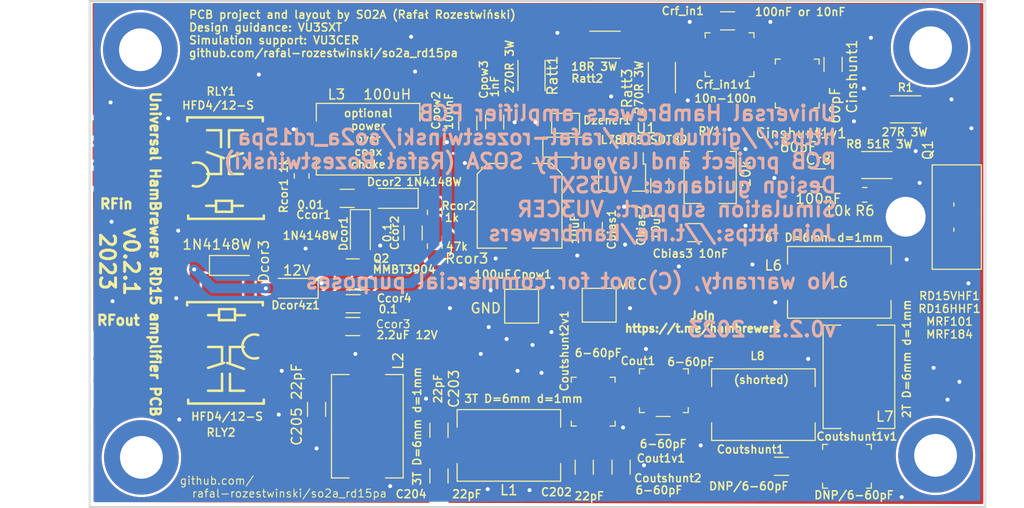
<source format=kicad_pcb>
(kicad_pcb (version 20221018) (generator pcbnew)
  (title_block (title "Universal HamBrewers amplifier PCB") (date "2023-09-26") (rev "v0.2.1") (company "Join https://t.me/hambrewers               no warranty, (C) not for commercial purposes") (comment 1 "Simulation support: VU3CER") (comment 2 "Design guidance: VU3SXT") (comment 3 "PCB project and layout by SO2A (Rafał Rozestwiński)") (comment 4 "https://github.com/rafal-rozestwinski/so2a_rd15pa"))
  (layers (0 "F.Cu" signal) (31 "B.Cu" signal) (34 "B.Paste" user) (35 "F.Paste" user) (36 "B.SilkS" user "B.Silkscreen") (37 "F.SilkS" user "F.Silkscreen") (38 "B.Mask" user) (39 "F.Mask" user) (44 "Edge.Cuts" user))
  (net 0 "")
  (net 1 "GND")
  (net 2 "Net-(C203-Pad2)")
  (net 3 "LPF_output")
  (net 4 "Net-(Cbias3-Pad2)")
  (net 5 "Net-(Ccor1-Pad1)")
  (net 6 "Net-(Dcor1-K)")
  (net 7 "Net-(Dcor2-K)")
  (net 8 "Net-(Dcor3-A)")
  (net 9 "Net-(Cinshunt1-Pad2)")
  (net 10 "Net-(Cout1-Pad1)")
  (net 11 "+12V")
  (net 12 "Net-(Cr8-Pad2)")
  (net 13 "Net-(Dcor3-K)")
  (net 14 "Net-(J2-In)")
  (net 15 "Net-(Crf_in1-Pad1)")
  (net 16 "Net-(Q2-B)")
  (net 17 "Net-(RLY1-Pad4)")
  (net 18 "RF_pass")
  (net 21 "Net-(Coutshunt1-Pad2)")
  (net 22 "Net-(U1-OUT)")
  (net 23 "RFin")
  (net 24 "ImpendanceMatchedOutput")
  (net 25 "Net-(Dzener1-A)")
  (net 26 "bias")
  (net 27 "Drain")
  (footprint "custom:SO2A_TO-220F-3_Vertical_SMD" (layer "F.Cu") (at 188.03 68.89375 -90)
    (fp_text reference "Q1")
    (fp_text value "RD15HVF1" hide)
  )
  (footprint "MountingHole:MountingHole_4.3mm_M4_DIN965_Pad" (layer "F.Cu") (at 186.1 54.4)
    (fp_text reference "REF**" hide)
    (fp_text value "MountingHole_4.3mm_M4_DIN965_Pad" hide)
  )
  (footprint "TestPoint:TestPoint_Pad_3.0x3.0mm" (layer "F.Cu") (at 152.8 80.3)
    (fp_text reference "VCC")
    (fp_text value "TestPoint_Pad_3.0x3.0mm" hide)
  )
  (footprint "Capacitor_SMD:C_1206_3216Metric" (layer "F.Cu") (at 174.825 67.5)
    (fp_text reference "Cr8")
    (fp_text value "100nF")
  )
  (footprint "Capacitor_SMD:C_1206_3216Metric" (layer "F.Cu") (at 162.4 73)
    (fp_text reference "Cbias3")
    (fp_text value "10nF")
  )
  (footprint "Resistor_SMD:R_2010_5025Metric" (layer "F.Cu") (at 153.3875 54.1)
    (fp_text reference "Ratt2")
    (fp_text value "18R 3W")
  )
  (footprint "Capacitor_SMD:C_1206_3216Metric" (layer "F.Cu") (at 155 96.6 90)
    (fp_text reference "Coutshunt2")
    (fp_text value "6-60pF")
  )
  (footprint "Diode_SMD:D_SOD-123" (layer "F.Cu") (at 132.25 69.55 180)
    (fp_text reference "Dcor2")
    (fp_text value "1N4148W")
  )
  (footprint "custom:SMA_EDGELAUNCH_Modded" (layer "F.Cu") (at 102.02255 86.8)
    (fp_text reference "J2" hide)
    (fp_text value "RF_out")
  )
  (footprint "Capacitor_SMD:C_1206_3216Metric" (layer "F.Cu") (at 165.7 51.7)
    (fp_text reference "Crf_in1")
    (fp_text value "100nF or 10nF")
  )
  (footprint "Capacitor_SMD:C_1206_3216Metric" (layer "F.Cu") (at 159.225 92.4)
    (fp_text reference "Cout1v1")
    (fp_text value "6-60pF")
  )
  (footprint "Capacitor_SMD:C_1206_3216Metric" (layer "F.Cu") (at 176.3 56.075 90)
    (fp_text reference "Cinshunt1")
    (fp_text value "60pF")
  )
  (footprint "Resistor_SMD:R_0805_2012Metric" (layer "F.Cu") (at 179.4875 69.2)
    (fp_text reference "R6")
    (fp_text value "10k")
  )
  (footprint "Capacitor_SMD:C_1206_3216Metric" (layer "F.Cu") (at 134.1 73.025 90)
    (fp_text reference "Ccor2")
    (fp_text value "0.1")
  )
  (footprint "Capacitor_SMD:C_1206_3216Metric" (layer "F.Cu") (at 136.7 97.475 90)
    (fp_text reference "C204")
    (fp_text value "22pF")
  )
  (footprint "Capacitor_SMD:C_Trimmer_Murata_TZB4-B" (layer "F.Cu") (at 172.7 58 -90)
    (fp_text reference "Cinshunt1v1")
    (fp_text value "60pF")
  )
  (footprint "Diode_SMD:D_SOD-123" (layer "F.Cu") (at 149.5 64.4)
    (fp_text reference "Dzener1")
    (fp_text value "12V" hide)
  )
  (footprint "MountingHole:MountingHole_4.3mm_M4_DIN965_Pad" (layer "F.Cu") (at 186.6 95.4)
    (fp_text reference "REF**" hide)
    (fp_text value "MountingHole_4.3mm_M4_DIN965_Pad" hide)
  )
  (footprint "Capacitor_SMD:C_1206_3216Metric" (layer "F.Cu") (at 128.075 80.15)
    (fp_text reference "Ccor4")
    (fp_text value "0.1")
  )
  (footprint "Jumper:SolderJumper-2_P1.3mm_Open_TrianglePad1.0x1.5mm" (layer "F.Cu") (at 149.425 62 180)
    (fp_text reference "JP1" hide)
    (fp_text value "SolderJumper_2_Open" hide)
  )
  (footprint "Resistor_SMD:R_2010_5025Metric" (layer "F.Cu") (at 159.1 57.4 90)
    (fp_text reference "Ratt3")
    (fp_text value "270R 3W")
  )
  (footprint "Capacitor_SMD:C_1206_3216Metric" (layer "F.Cu") (at 152.2 72.675 -90)
    (fp_text reference "Cbias1")
    (fp_text value "10uF")
  )
  (footprint "TestPoint:TestPoint_Pad_3.0x3.0mm" (layer "F.Cu") (at 145 80.4)
    (fp_text reference "GND")
    (fp_text value "TestPoint_Pad_3.0x3.0mm" hide)
  )
  (footprint "Capacitor_SMD:C_Elec_8x10.2" (layer "F.Cu") (at 144.8 70.3 -90)
    (fp_text reference "Cpow1")
    (fp_text value "100uF")
  )
  (footprint "Package_TO_SOT_SMD:SOT-89-3" (layer "F.Cu") (at 155.1 67.4625 -90)
    (fp_text reference "U1")
    (fp_text value "L78L05_SOT89")
  )
  (footprint "Inductor_SMD:L_Wuerth_HCM-1050" (layer "F.Cu") (at 129.5 92.475 90)
    (fp_text reference "L2")
    (fp_text value "3T D=6mm d=1mm")
  )
  (footprint "Capacitor_SMD:C_Trimmer_Murata_TZB4-B" (layer "F.Cu") (at 177.7 96.5)
    (fp_text reference "Coutshunt1v1")
    (fp_text value "DNP/6-60pF")
  )
  (footprint "Resistor_SMD:R_2010_5025Metric" (layer "F.Cu") (at 146 57.2 90)
    (fp_text reference "Ratt1")
    (fp_text value "270R 3W")
  )
  (footprint "custom:SMA_EDGELAUNCH_Modded" (layer "F.Cu") (at 101.9 65)
    (fp_text reference "J1" hide)
    (fp_text value "RF_in")
  )
  (footprint "Capacitor_SMD:C_1206_3216Metric" (layer "F.Cu") (at 136.7 92.875 -90)
    (fp_text reference "C203")
    (fp_text value "22pF")
  )
  (footprint "Capacitor_SMD:C_1206_3216Metric" (layer "F.Cu") (at 128.025 82.45)
    (fp_text reference "Ccor3" hide)
    (fp_text value "2.2uF 12V")
  )
  (footprint "Capacitor_SMD:C_Trimmer_Murata_TZB4-B" (layer "F.Cu") (at 152.2 90 90)
    (fp_text reference "Coutshunt2v1")
    (fp_text value "6-60pF")
  )
  (footprint "Resistor_SMD:R_0805_2012Metric" (layer "F.Cu") (at 136.275 74.3625 -90)
    (fp_text reference "Rcor3")
    (fp_text value "47k")
  )
  (footprint "Capacitor_SMD:C_1206_3216Metric" (layer "F.Cu") (at 139.6 61.975 90)
    (fp_text reference "Cpow2")
    (fp_text value "100nF")
  )
  (footprint "Capacitor_SMD:C_1206_3216Metric" (layer "F.Cu") (at 124.4 90.775 90)
    (fp_text reference "C205")
    (fp_text value "22pF")
  )
  (footprint "custom2:RELAY-SMD_HFD4-XX-SR" (layer "F.Cu") (at 115.33 85.1 -90)
    (fp_text reference "RLY2")
    (fp_text value "HFD4/12-S")
  )
  (footprint "Inductor_SMD:L_Wuerth_HCM-1050" (layer "F.Cu") (at 176.925 78)
    (fp_text reference "L6")
    (fp_text value "6T D=6mm d=1mm")
  )
  (footprint "Resistor_SMD:R_0805_2012Metric" (layer "F.Cu") (at 136.275 70.9625 -90)
    (fp_text reference "Rcor2")
    (fp_text value "1k")
  )
  (footprint "Capacitor_SMD:C_1206_3216Metric" (layer "F.Cu") (at 171.125 96.5)
    (fp_text reference "Coutshunt1")
    (fp_text value "DNP/6-60pF")
  )
  (footprint "Diode_SMD:D_SOD-123" (layer "F.Cu") (at 122.2 78.6 180)
    (fp_text reference "Dcor4z1")
    (fp_text value "12V")
  )
  (footprint "Inductor_SMD:L_Wuerth_HCM-1050" (layer "F.Cu") (at 143.725 94.4 180)
    (fp_text reference "L1")
    (fp_text value "3T D=6mm d=1mm")
  )
  (footprint "Diode_SMD:D_SOD-123" (layer "F.Cu") (at 116 76.3)
    (fp_text reference "Dcor3")
    (fp_text value "1N4148W")
  )
  (footprint "Resistor_SMD:R_2010_5025Metric" (layer "F.Cu") (at 180.7 66.2 180)
    (fp_text reference "R8")
    (fp_text value "51R 3W")
  )
  (footprint "Package_TO_SOT_SMD:SOT-23" (layer "F.Cu") (at 128.0375 77.2 180)
    (fp_text reference "Q2")
    (fp_text value "MMBT3904")
  )
  (footprint "Capacitor_SMD:C_1206_3216Metric" (layer "F.Cu") (at 151.3 96.6 90)
    (fp_text reference "C202")
    (fp_text value "22pF")
  )
  (footprint "Capacitor_SMD:C_1206_3216Metric" (layer "F.Cu") (at 127.475 69.55)
    (fp_text reference "Ccor1")
    (fp_text value "0.01")
  )
  (footprint "MountingHole:MountingHole_4.3mm_M4_DIN965_Pad" (layer "F.Cu") (at 106.7 54.6)
    (fp_text reference "REF**" hide)
    (fp_text value "MountingHole_4.3mm_M4_DIN965_Pad" hide)
  )
  (footprint "custom2:RELAY-SMD_HFD4-XX-SR" (layer "F.Cu") (at 115.17 66.5 90)
    (fp_text reference "RLY1")
    (fp_text value "HFD4/12-S")
  )
  (footprint "Inductor_SMD:L_Wuerth_HCM-1050" (layer "F.Cu") (at 178.9 87.5 -90)
    (fp_text reference "L7")
    (fp_text value "2T D=6mm d=1mm")
  )
  (footprint "Capacitor_SMD:C_Trimmer_Murata_TZB4-B" (layer "F.Cu") (at 165.9 55.1)
    (fp_text reference "Crf_in1v1")
    (fp_text value "10n-100n")
  )
  (footprint "Capacitor_SMD:C_1206_3216Metric" (layer "F.Cu") (at 142.3 61.875 90)
    (fp_text reference "Cpow3")
    (fp_text value "1nF")
  )
  (footprint "Potentiometer_SMD:Potentiometer_Vishay_TS53YL_Vertical" (layer "F.Cu") (at 163.95 67.45 90)
    (fp_text reference "RV1" hide)
    (fp_text value "10k")
  )
  (footprint "Inductor_SMD:L_Wuerth_HCM-1050" (layer "F.Cu") (at 129.575 63.6 180)
    (fp_text reference "L3" hide)
    (fp_text value "100uH")
  )
  (footprint "Resistor_SMD:R_0805_2012Metric" (layer "F.Cu") (at 122.9 67.3 -90)
    (fp_text reference "Rcor1")
    (fp_text value "1k")
  )
  (footprint "Inductor_SMD:L_Wuerth_HCM-1050" (layer "F.Cu") (at 169.3 90.3 180)
    (fp_text reference "L8")
    (fp_text value "(shorted)")
  )
  (footprint "Resistor_SMD:R_2010_5025Metric" (layer "F.Cu") (at 183.5875 60.6)
    (fp_text reference "R1")
    (fp_text value "27R 3W")
  )
  (footprint "Capacitor_SMD:C_Trimmer_Murata_TZB4-B" (layer "F.Cu") (at 159.3 88.9 180)
    (fp_text reference "Cout1")
    (fp_text value "6-60pF")
  )
  (footprint "Capacitor_SMD:C_1206_3216Metric" (layer "F.Cu") (at 158.9 68.2625 90)
    (fp_text reference "Cbias2")
    (fp_text value "10uF")
  )
  (footprint "MountingHole:MountingHole_4.3mm_M4_DIN965_Pad" (layer "F.Cu") (at 106.8 95.6)
    (fp_text reference "REF**" hide)
    (fp_text value "MountingHole_4.3mm_M4_DIN965_Pad" hide)
  )
  (footprint "Diode_SMD:D_SOD-123" (layer "F.Cu") (at 128.8 73.05 -90)
    (fp_text reference "Dcor1")
    (fp_text value "1N4148W")
  )
  (gr_rect (start 101.6 49.7) (end 191.6 100.6) (stroke (width 0.2)) (fill none) (layer "Edge.Cuts"))
  (gr_text "Universal HamBrewers amplifier PCB\nhttps://github.com/rafal-rozestwinski/so2a_rd15pa\nPCB project and layout by SO2A (Rafał Rozestwiński)\nDesign guidance: VU3SXT\nSimulation support: VU3CER\nJoin https://t.me/hambrewers\n\nNo warranty, (C) not for commercial purposes\n\nv0.2.1  2023" (at 176.8 83.6) (layer "B.SilkS") (effects (font (size 1.5 1.5) (thickness 0.3) bold) (justify left bottom mirror)))
  (gr_text "Join\nhttps://t.me/hambrewers" (at 163.2 83.1) (layer "F.SilkS") (effects (font (size 0.8 0.8) (thickness 0.2) bold) (justify bottom)))
  (gr_text "Universal HamBrewers RD15 amplifier PCB" (at 107.6 58.7 270) (layer "F.SilkS") (effects (font (size 1 1) (thickness 0.25) bold) (justify left bottom)))
  (gr_text "v0.2.1\n2023" (at 102.5 75.9 270) (layer "F.SilkS") (effects (font (size 1.5 1.5) (thickness 0.3) bold) (justify bottom)))
  (gr_text "RFin" (at 102.5 70.7) (layer "F.SilkS") (effects (font (size 1 1) (thickness 0.25) bold) (justify left bottom)))
  (gr_text "RD15VHF1\nRD16HHF1\nMRF101\nMRF184" (at 188 83.7) (layer "F.SilkS") (effects (font (size 0.8 0.8) (thickness 0.1375)) (justify bottom)))
  (gr_text "optional\npower\nover\ncoax\nchoke" (at 129.6 66.6) (layer "F.SilkS") (effects (font (size 0.8 0.8) (thickness 0.15) bold) (justify bottom)))
  (gr_text "RFout" (at 102.2 82.4) (layer "F.SilkS") (effects (font (size 1 1) (thickness 0.25) bold) (justify left bottom)))
  (gr_text "github.com/\n  rafal-rozestwinski/so2a_rd15pa" (at 110.6 99.7) (layer "F.SilkS") (effects (font (size 0.8 0.8) (thickness 0.1)) (justify left bottom)))
  (gr_text "PCB project and layout by SO2A (Rafał Rozestwiński)\nDesign guidance: VU3SXT\nSimulation support: VU3CER\ngithub.com/rafal-rozestwinski/so2a_rd15pa" (at 111.5 55.4) (layer "F.SilkS") (effects (font (size 0.8 0.8) (thickness 0.15) bold) (justify left bottom)))
  (via (at 188.2 59.6) (size 0.8) (drill 0.4) (layers "F.Cu" "B.Cu") (net 1))
  (via (at 160.8 76.4) (size 0.8) (drill 0.4) (layers "F.Cu" "B.Cu") (net 1))
  (via (at 165.9 62.6) (size 0.8) (drill 0.4) (layers "F.Cu" "B.Cu") (net 1))
  (via (at 128.3 85.2) (size 0.8) (drill 0.4) (layers "F.Cu" "B.Cu") (net 1))
  (via (at 170.4 67.5) (size 0.8) (drill 0.4) (layers "F.Cu" "B.Cu") (net 1))
  (via (at 146.4 61.9) (size 0.8) (drill 0.4) (layers "F.Cu" "B.Cu") (net 1))
  (via (at 150.6 75.3) (size 0.8) (drill 0.4) (layers "F.Cu" "B.Cu") (net 1))
  (via (at 190.2 62.5) (size 0.8) (drill 0.4) (layers "F.Cu" "B.Cu") (net 1))
  (via (at 155.9 80.6) (size 0.8) (drill 0.4) (layers "F.Cu" "B.Cu") (net 1))
  (via (at 123.3 74.6) (size 0.8) (drill 0.4) (layers "F.Cu" "B.Cu") (net 1))
  (via (at 157.5 84.7) (size 0.8) (drill 0.4) (layers "F.Cu" "B.Cu") (net 1))
  (via (at 110.3 79.6) (size 0.8) (drill 0.4) (layers "F.Cu" "B.Cu") (net 1))
  (via (at 157.3 96.4) (size 0.8) (drill 0.4) (layers "F.Cu" "B.Cu") (net 1))
  (via (at 109.5 61.5) (size 0.8) (drill 0.4) (layers "F.Cu" "B.Cu") (net 1))
  (via (at 155.3 70.4) (size 0.8) (drill 0.4) (layers "F.Cu" "B.Cu") (net 1))
  (via (at 120.6 91.3) (size 0.8) (drill 0.4) (layers "F.Cu" "B.Cu") (net 1))
  (via (at 170.5 80) (size 0.8) (drill 0.4) (layers "F.Cu" "B.Cu") (net 1))
  (via (at 189.9 78.1) (size 0.8) (drill 0.4) (layers "F.Cu" "B.Cu") (net 1))
  (via (at 148 83) (size 0.8) (drill 0.4) (layers "F.Cu" "B.Cu") (net 1))
  (via (at 133.9 53.3) (size 0.8) (drill 0.4) (layers "F.Cu" "B.Cu") (net 1))
  (via (at 161.9 51.8) (size 0.8) (drill 0.4) (layers "F.Cu" "B.Cu") (net 1))
  (via (at 141.6 98.8) (size 0.8) (drill 0.4) (layers "F.Cu" "B.Cu") (net 1))
  (via (at 185 68) (size 0.8) (drill 0.4) (layers "F.Cu" "B.Cu") (net 1))
  (via (at 178.4 61.8) (size 0.8) (drill 0.4) (layers "F.Cu" "B.Cu") (net 1))
  (via (at 179.4 58.5) (size 0.8) (drill 0.4) (layers "F.Cu" "B.Cu") (net 1))
  (via (at 140.9 85.2) (size 0.8) (drill 0.4) (layers "F.Cu" "B.Cu") (net 1))
  (via (at 189 88) (size 0.8) (drill 0.4) (layers "F.Cu" "B.Cu") (net 1))
  (via (at 141.7 82.5) (size 0.8) (drill 0.4) (layers "F.Cu" "B.Cu") (net 1))
  (via (at 148.6 52.9) (size 0.8) (drill 0.4) (layers "F.Cu" "B.Cu") (net 1))
  (via (at 122.1 62.6) (size 0.8) (drill 0.4) (layers "F.Cu" "B.Cu") (net 1))
  (via (at 139.3 66) (size 0.8) (drill 0.4) (layers "F.Cu" "B.Cu") (net 1))
  (via (at 163 94.4) (size 0.8) (drill 0.4) (layers "F.Cu" "B.Cu") (net 1))
  (via (at 142.4 75.6) (size 0.8) (drill 0.4) (layers "F.Cu" "B.Cu") (net 1))
  (via (at 180.1 53.4) (size 0.8) (drill 0.4) (layers "F.Cu" "B.Cu") (net 1))
  (via (at 184.6 64.8) (size 0.8) (drill 0.4) (layers "F.Cu" "B.Cu") (net 1))
  (via (at 110.6 91.8) (size 0.8) (drill 0.4) (layers "F.Cu" "B.Cu") (net 1))
  (via (at 187.8 89.8) (size 0.8) (drill 0.4) (layers "F.Cu" "B.Cu") (net 1))
  (via (at 118.6 57.1) (size 0.8) (drill 0.4) (layers "F.Cu" "B.Cu") (net 1))
  (via (at 144.3 61.9) (size 0.8) (drill 0.4) (layers "F.Cu" "B.Cu") (net 1))
  (via (at 146.1 84.3) (size 0.8) (drill 0.4) (layers "F.Cu" "B.Cu") (net 1))
  (via (at 124.4 94.7) (size 0.8) (drill 0.4) (layers "F.Cu" "B.Cu") (net 1))
  (via (at 161.7 59.7) (size 0.8) (drill 0.4) (layers "F.Cu" "B.Cu") (net 1))
  (via (at 155.2 92.6) (size 0.8) (drill 0.4) (layers "F.Cu" "B.Cu") (net 1))
  (via (at 167.5 72.3) (size 0.8) (drill 0.4) (layers "F.Cu" "B.Cu") (net 1))
  (via (at 144.6 86.9) (size 0.8) (drill 0.4) (layers "F.Cu" "B.Cu") (net 1))
  (via (at 120.9 86.9) (size 0.8) (drill 0.4) (layers "F.Cu" "B.Cu") (net 1))
  (via (at 147 87.1) (size 0.8) (drill 0.4) (layers "F.Cu" "B.Cu") (net 1))
  (via (at 154 59.3) (size 0.8) (drill 0.4) (layers "F.Cu" "B.Cu") (net 1))
  (via (at 155.4 74.2) (size 0.8) (drill 0.4) (layers "F.Cu" "B.Cu") (net 1))
  (via (at 131.8 98.5) (size 0.8) (drill 0.4) (layers "F.Cu" "B.Cu") (net 1))
  (via (at 145.8 98.9) (size 0.8) (drill 0.4) (layers "F.Cu" "B.Cu") (net 1))
  (via (at 137.8 80.6) (size 0.8) (drill 0.4) (layers "F.Cu" "B.Cu") (net 1))
  (via (at 134.3 56.8) (size 0.8) (drill 0.4) (layers "F.Cu" "B.Cu") (net 1))
  (via (at 186.4 86.6) (size 0.8) (drill 0.4) (layers "F.Cu" "B.Cu") (net 1))
  (via (at 173.8 85.7) (size 0.8) (drill 0.4) (layers "F.Cu" "B.Cu") (net 1))
  (via (at 130.8 74.3) (size 0.8) (drill 0.4) (layers "F.Cu" "B.Cu") (net 1))
  (via (at 103.7 59.9) (size 0.8) (drill 0.4) (layers "F.Cu" "B.Cu") (net 1))
  (via (at 141.9 78.8) (size 0.8) (drill 0.4) (layers "F.Cu" "B.Cu") (net 1))
  (via (at 183.6 71.4) (size 5) (drill 4) (layers "F.Cu" "B.Cu") (net 1))
  (via (at 103.8 71.9) (size 0.8) (drill 0.4) (layers "F.Cu" "B.Cu") (net 1))
  (via (at 138.9 78.2) (size 0.8) (drill 0.4) (layers "F.Cu" "B.Cu") (net 1))
  (via (at 148.1 78.5) (size 0.8) (drill 0.4) (layers "F.Cu" "B.Cu") (net 1))
  (via (at 110.5 72.8) (size 0.8) (drill 0.4) (layers "F.Cu" "B.Cu") (net 1))
  (via (at 168.2 76.2) (size 0.8) (drill 0.4) (layers "F.Cu" "B.Cu") (net 1))
  (via (at 183.7 75.7) (size 0.8) (drill 0.4) (layers "F.Cu" "B.Cu") (net 1))
  (via (at 143.5 83.7) (size 0.8) (drill 0.4) (layers "F.Cu" "B.Cu") (net 1))
  (via (at 103.9 79.9) (size 0.8) (drill 0.4) (layers "F.Cu" "B.Cu") (net 1))
  (via (at 135.4 89.7) (size 0.8) (drill 0.4) (layers "F.Cu" "B.Cu") (net 1))
  (via (at 167.5 64.6) (size 0.8) (drill 0.4) (layers "F.Cu" "B.Cu") (net 1))
  (via (at 170 51.8) (size 0.8) (drill 0.4) (layers "F.Cu" "B.Cu") (net 1))
  (via (at 183.2 99.6) (size 0.8) (drill 0.4) (layers "F.Cu" "B.Cu") (net 1))
  (segment (start 129.5 96.65) (end 134.4 96.65) (width 1) (layer "F.Cu") (net 2))
  (segment (start 136.7 96) (end 136.7 95.4) (width 1) (layer "F.Cu") (net 2))
  (segment (start 136.7 95.4) (end 136.7 94.35) (width 1) (layer "F.Cu") (net 2))
  (segment (start 139.55 94.4) (end 137.7 94.4) (width 1) (layer "F.Cu") (net 2))
  (segment (start 134.4 96.65) (end 136.7 94.35) (width 1) (layer "F.Cu") (net 2))
  (segment (start 137.7 94.4) (end 136.7 95.4) (width 1) (layer "F.Cu") (net 2))
  (segment (start 125.4 88.3) (end 124.4 89.3) (width 1) (layer "F.Cu") (net 3))
  (segment (start 124.2 88.9) (end 118.5 88.9) (width 1) (layer "F.Cu") (net 3))
  (segment (start 129.5 88.3) (end 125.4 88.3) (width 1) (layer "F.Cu") (net 3))
  (segment (start 118.5 88.9) (end 112.15 88.9) (width 1) (layer "F.Cu") (net 3))
  (segment (start 163.9 71.6) (end 163.9 72.975) (width 1) (layer "F.Cu") (net 4))
  (segment (start 178.575 69.2) (end 177.575 70.2) (width 1) (layer "F.Cu") (net 4))
  (segment (start 177.575 70.2) (end 163.95 70.2) (width 1) (layer "F.Cu") (net 4))
  (segment (start 163.9 70.66) (end 163.9 71.6) (width 1) (layer "F.Cu") (net 4))
  (segment (start 163.9 72.975) (end 163.875 73) (width 1) (layer "F.Cu") (net 4))
  (segment (start 122.9 68.2125) (end 124.6625 68.2125) (width 1) (layer "F.Cu") (net 5))
  (segment (start 124.6625 68.2125) (end 126 69.55) (width 1) (layer "F.Cu") (net 5))
  (segment (start 128.8 71.4) (end 128.8 69.7) (width 1) (layer "F.Cu") (net 6))
  (segment (start 128.95 69.55) (end 130.6 69.55) (width 1) (layer "F.Cu") (net 6))
  (segment (start 128.8 69.7) (end 128.95 69.55) (width 1) (layer "F.Cu") (net 6))
  (segment (start 133.9 69.55) (end 135.775 69.55) (width 1) (layer "F.Cu") (net 7))
  (segment (start 134.1 69.75) (end 133.9 69.55) (width 1) (layer "F.Cu") (net 7))
  (segment (start 134.1 71.55) (end 134.1 69.75) (width 1) (layer "F.Cu") (net 7))
  (segment (start 135.775 69.55) (end 136.275 70.05) (width 1) (layer "F.Cu") (net 7))
  (segment (start 127.1 78.8) (end 127.1 77.2) (width 1) (layer "F.Cu") (net 8))
  (segment (start 117.65 76.3) (end 126.2 76.3) (width 1) (layer "F.Cu") (net 8))
  (segment (start 117.65 76.3) (end 117.65 71) (width 1) (layer "F.Cu") (net 8))
  (segment (start 126.6 82.35) (end 126.5 82.45) (width 1) (layer "F.Cu") (net 8))
  (segment (start 117.65 80.45) (end 118.5 81.3) (width 1) (layer "F.Cu") (net 8))
  (segment (start 126.6 79.3) (end 127.1 78.8) (width 1) (layer "F.Cu") (net 8))
  (segment (start 126.2 76.3) (end 127.1 77.2) (width 1) (layer "F.Cu") (net 8))
  (segment (start 126.6 80.15) (end 126.6 79.3) (width 1) (layer "F.Cu") (net 8))
  (segment (start 117.65 76.3) (end 117.65 80.45) (width 1) (layer "F.Cu") (net 8))
  (segment (start 117.65 71) (end 118.35 70.3) (width 1) (layer "F.Cu") (net 8))
  (segment (start 126.6 80.15) (end 126.6 82.35) (width 1) (layer "F.Cu") (net 8))
  (segment (start 167.8 51.7) (end 167.175 51.7) (width 1) (layer "F.Cu") (net 9))
  (segment (start 169.1 53) (end 167.8 51.7) (width 1) (layer "F.Cu") (net 9))
  (segment (start 169.1 53) (end 172.7 53) (width 1) (layer "F.Cu") (net 9))
  (segment (start 169.1 53) (end 168.9 53.2) (width 1) (layer "F.Cu") (net 9))
  (segment (start 181.275 58.075) (end 181.275 60.6) (width 1) (layer "F.Cu") (net 9))
  (segment (start 172.7 55) (end 172.7 53) (width 1) (layer "F.Cu") (net 9))
  (segment (start 168.9 53.2) (end 168.9 55.1) (width 1) (layer "F.Cu") (net 9))
  (segment (start 176.3 54.6) (end 176.3 53.1) (width 1) (layer "F.Cu") (net 9))
  (segment (start 176.2 53) (end 181.275 58.075) (width 1) (layer "F.Cu") (net 9))
  (segment (start 176.3 53.1) (end 176.2 53) (width 1) (layer "F.Cu") (net 9))
  (segment (start 172.7 53) (end 176.2 53) (width 1) (layer "F.Cu") (net 9))
  (segment (start 160.8 90.4) (end 162.3 88.9) (width 1) (layer "F.Cu") (net 10))
  (segment (start 165.125 90.125) (end 164.1 89.1) (width 1) (layer "F.Cu") (net 10))
  (segment (start 160.7 92.4) (end 160.7 90.5) (width 1) (layer "F.Cu") (net 10))
  (segment (start 160.7 90.5) (end 160.8 90.4) (width 1) (layer "F.Cu") (net 10))
  (segment (start 162.1 89.1) (end 160.8 90.4) (width 1) (layer "F.Cu") (net 10))
  (segment (start 164.1 89.1) (end 162.1 89.1) (width 1) (layer "F.Cu") (net 10))
  (segment (start 165.125 90.3) (end 165.125 90.125) (width 1) (layer "F.Cu") (net 10))
  (segment (start 144.8 66.7) (end 144.8 63.9) (width 1) (layer "F.Cu") (net 11))
  (segment (start 147.9 69.8) (end 148.2 70.1) (width 1) (layer "F.Cu") (net 11))
  (segment (start 172.75 78) (end 150.7 78) (width 2) (layer "F.Cu") (net 11))
  (segment (start 146.55 68.45) (end 147.9 69.8) (width 2) (layer "F.Cu") (net 11))
  (segment (start 148.45 63.1) (end 148.45 62) (width 1) (layer "F.Cu") (net 11))
  (segment (start 124.4 78.6) (end 124.9 78.1) (width 1) (layer "F.Cu") (net 11))
  (segment (start 148.2 70.1) (end 148.2 75.5) (width 2) (layer "F.Cu") (net 11))
  (segment (start 144.8 63.9) (end 147.65 63.9) (width 2) (layer "F.Cu") (net 11))
  (segment (start 144.8 66.7) (end 146.55 68.45) (width 2) (layer "F.Cu") (net 11))
  (segment (start 147.65 63.9) (end 148.45 63.1) (width 1) (layer "F.Cu") (net 11))
  (segment (start 150.7 78) (end 148.2 75.5) (width 2) (layer "F.Cu") (net 11))
  (segment (start 133.75 63.9) (end 144.8 63.9) (width 2) (layer "F.Cu") (net 11))
  (segment (start 123.85 78.6) (end 124.4 78.6) (width 1) (layer "F.Cu") (net 11))
  (via (at 137.5 63.9) (size 0.8) (drill 0.4) (layers "F.Cu" "B.Cu") (net 11))
  (via (at 124.9 78.1) (size 0.8) (drill 0.4) (layers "F.Cu" "B.Cu") (net 11))
  (segment (start 137.5 74.55) (end 137.5 63.9) (width 1) (layer "B.Cu") (net 11))
  (segment (start 124.9 78.1) (end 133.95 78.1) (width 1) (layer "B.Cu") (net 11))
  (segment (start 133.95 78.1) (end 137.5 74.55) (width 1) (layer "B.Cu") (net 11))
  (segment (start 176.7 67.1) (end 176.3 67.5) (width 1) (layer "F.Cu") (net 12))
  (segment (start 178.0875 67.1) (end 176.7 67.1) (width 1) (layer "F.Cu") (net 12))
  (segment (start 112.15 81.3) (end 112.15 76.75) (width 1) (layer "F.Cu") (net 13))
  (segment (start 112.15 76.4) (end 112.15 70.45) (width 1) (layer "F.Cu") (net 13))
  (segment (start 112.1 76.7) (end 112.15 76.65) (width 1) (layer "F.Cu") (net 13))
  (segment (start 120.55 78.6) (end 119.3 78.6) (width 1) (layer "F.Cu") (net 13))
  (segment (start 112.15 70.45) (end 112 70.3) (width 1) (layer "F.Cu") (net 13))
  (segment (start 112.15 76.4) (end 114.25 76.4) (width 1) (layer "F.Cu") (net 13))
  (segment (start 114.25 76.4) (end 114.35 76.3) (width 1) (layer "F.Cu") (net 13))
  (segment (start 112.15 76.65) (end 112.15 76.4) (width 1) (layer "F.Cu") (net 13))
  (segment (start 112.15 76.75) (end 112.1 76.7) (width 1) (layer "F.Cu") (net 13))
  (via (at 112.1 76.7) (size 0.8) (drill 0.4) (layers "F.Cu" "B.Cu") (net 13))
  (via (at 119.3 78.6) (size 0.8) (drill 0.4) (layers "F.Cu" "B.Cu") (net 13))
  (segment (start 112.1 76.7) (end 114 78.6) (width 1) (layer "B.Cu") (net 13))
  (segment (start 114 78.6) (end 119.3 78.6) (width 1) (layer "B.Cu") (net 13))
  (segment (start 112.15 86.7) (end 104.15455 86.7) (width 1) (layer "F.Cu") (net 14))
  (segment (start 112.15 86.7) (end 118.5 86.7) (width 1) (layer "F.Cu") (net 14))
  (segment (start 104.15455 86.7) (end 104.05455 86.8) (width 1) (layer "F.Cu") (net 14))
  (segment (start 164.225 51.875) (end 161.1 55) (width 1) (layer "F.Cu") (net 15))
  (segment (start 156.6 55) (end 155.7 54.1) (width 1) (layer "F.Cu") (net 15))
  (segment (start 161.1 55) (end 162.8 55) (width 1) (layer "F.Cu") (net 15))
  (segment (start 161.1 55) (end 156.6 55) (width 1) (layer "F.Cu") (net 15))
  (segment (start 164.225 51.7) (end 164.225 51.875) (width 1) (layer "F.Cu") (net 15))
  (segment (start 162.8 55) (end 162.9 55.1) (width 1) (layer "F.Cu") (net 15))
  (segment (start 138.475 76.3) (end 138.475 74.075) (width 1) (layer "F.Cu") (net 16))
  (segment (start 129.45 78.675) (end 129.475 78.65) (width 1) (layer "F.Cu") (net 16))
  (segment (start 137.325 77.45) (end 138.475 76.3) (width 1) (layer "F.Cu") (net 16))
  (segment (start 128.975 78.15) (end 129.475 78.65) (width 1) (layer "F.Cu") (net 16))
  (segment (start 136.275 71.875) (end 136.275 73.45) (width 1) (layer "F.Cu") (net 16))
  (segment (start 138.475 74.075) (end 136.275 71.875) (width 1) (layer "F.Cu") (net 16))
  (segment (start 129.45 82.45) (end 129.45 78.675) (width 1) (layer "F.Cu") (net 16))
  (segment (start 130.675 77.45) (end 137.325 77.45) (width 1) (layer "F.Cu") (net 16))
  (segment (start 129.475 78.65) (end 130.675 77.45) (width 1) (layer "F.Cu") (net 16))
  (segment (start 126.35 54.9) (end 126.25 54.8) (width 1) (layer "F.Cu") (net 17))
  (segment (start 148.5 54.9) (end 150.275 54.9) (width 1) (layer "F.Cu") (net 17))
  (segment (start 118.35 62.7) (end 112 62.7) (width 1) (layer "F.Cu") (net 17))
  (segment (start 148.5 54.9) (end 126.35 54.9) (width 1) (layer "F.Cu") (net 17))
  (segment (start 126.25 54.8) (end 118.35 62.7) (width 1) (layer "F.Cu") (net 17))
  (segment (start 150.275 54.9) (end 151.075 54.1) (width 1) (layer "F.Cu") (net 17))
  (segment (start 112 67.1) (end 110.8 67.1) (width 1) (layer "F.Cu") (net 18))
  (segment (start 108.9 69) (end 108.9 83.4) (width 1) (layer "F.Cu") (net 18))
  (segment (start 110.8 67.1) (end 108.9 69) (width 1) (layer "F.Cu") (net 18))
  (segment (start 110 84.5) (end 112.15 84.5) (width 1) (layer "F.Cu") (net 18))
  (segment (start 108.9 83.4) (end 110 84.5) (width 1) (layer "F.Cu") (net 18))
  (segment (start 178.9 91.675) (end 174.85 91.675) (width 1) (layer "F.Cu") (net 21))
  (segment (start 174.7 96.5) (end 174.7 91.825) (width 1) (layer "F.Cu") (net 21))
  (segment (start 174.85 91.675) (end 173.475 90.3) (width 1) (layer "F.Cu") (net 21))
  (segment (start 174.7 91.825) (end 174.85 91.675) (width 1) (layer "F.Cu") (net 21))
  (segment (start 174.7 96.5) (end 172.6 96.5) (width 1) (layer "F.Cu") (net 21))
  (segment (start 160.9875 64.7) (end 158.9 66.7875) (width 1) (layer "F.Cu") (net 22))
  (segment (start 158.9 65.7125) (end 158.7 65.5125) (width 1) (layer "F.Cu") (net 22))
  (segment (start 156.6 65.5125) (end 158.7 65.5125) (width 1) (layer "F.Cu") (net 22))
  (segment (start 162.8 64.7) (end 160.9875 64.7) (width 1) (layer "F.Cu") (net 22))
  (segment (start 158.9 66.7875) (end 158.9 65.7125) (width 1) (layer "F.Cu") (net 22))
  (segment (start 122.8 64.9) (end 124.4 64.9) (width 1) (layer "F.Cu") (net 23))
  (segment (start 122.9 65) (end 122.8 64.9) (width 1) (layer "F.Cu") (net 23))
  (segment (start 112 64.9) (end 118.35 64.9) (width 1) (layer "F.Cu") (net 23))
  (segment (start 111.9 65) (end 112 64.9) (width 1) (layer "F.Cu") (net 23))
  (segment (start 103.932 65) (end 111.9 65) (width 1) (layer "F.Cu") (net 23))
  (segment (start 122.9 66.3875) (end 122.9 65) (width 1) (layer "F.Cu") (net 23))
  (segment (start 124.4 64.9) (end 125.4 63.9) (width 1) (layer "F.Cu") (net 23))
  (segment (start 118.35 64.9) (end 122.8 64.9) (width 1) (layer "F.Cu") (net 23))
  (segment (start 157.75 90.35) (end 156.3 88.9) (width 1) (layer "F.Cu") (net 24))
  (segment (start 157.75 92.4) (end 155.75 94.4) (width 1) (layer "F.Cu") (net 24))
  (segment (start 155.75 94.4) (end 147.9 94.4) (width 1) (layer "F.Cu") (net 24))
  (segment (start 157.75 92.4) (end 157.75 90.35) (width 1) (layer "F.Cu") (net 24))
  (segment (start 150.15 62.0625) (end 151.7875 63.7) (width 1) (layer "F.Cu") (net 25))
  (segment (start 151.7875 63.7) (end 153.6 65.5125) (width 1) (layer "F.Cu") (net 25))
  (segment (start 150.15 62) (end 150.15 62.0625) (width 1) (layer "F.Cu") (net 25))
  (segment (start 151.15 63.7) (end 151.7875 63.7) (width 1) (layer "F.Cu") (net 25))
  (segment (start 153.6 65.5125) (end 152.2 66.9125) (width 1) (layer "F.Cu") (net 25))
  (segment (start 152.2 66.9125) (end 152.2 71.2) (width 1) (layer "F.Cu") (net 25))
  (segment (start 188.2 66.2) (end 188.2 68.9) (width 1) (layer "F.Cu") (net 26))
  (segment (start 188.2 62.9) (end 188.2 66.2) (width 1) (layer "F.Cu") (net 26))
  (segment (start 180.4 69.2) (end 180.4 68.8125) (width 1) (layer "F.Cu") (net 26))
  (segment (start 180.4 68.8125) (end 183.0125 66.2) (width 1) (layer "F.Cu") (net 26))
  (segment (start 183.0125 66.2) (end 188.2 66.2) (width 1) (layer "F.Cu") (net 26))
  (segment (start 185.6125 60.3125) (end 188.2 62.9) (width 1) (layer "F.Cu") (net 26))
  (segment (start 178.9 83.28) (end 184.18 78) (width 1) (layer "F.Cu") (net 27))
  (segment (start 178.9 83.325) (end 178.9 83.28) (width 1) (layer "F.Cu") (net 27))
  (segment (start 184.18 78) (end 188.2 73.98) (width 1) (layer "F.Cu") (net 27))
  (segment (start 181.1 78) (end 184.18 78) (width 1) (layer "F.Cu") (net 27))
  (zone (net 1) (net_name "GND") (layer "F.Cu") (connect_pads (clearance 0.25)) (min_thickness 0.25) (fill yes (thermal_gap 0.5) (thermal_bridge_width 0.5) (island_removal_mode 1) (island_area_min 10))
    (polygon (pts (xy 101.9 49.9) (xy 191.4 49.9) (xy 191.4 100.3) (xy 102 100.1)))
  )
  (zone (net 1) (net_name "GND") (layer "B.Cu") (priority 1) (connect_pads (clearance 0.25)) (min_thickness 0.25) (fill yes (thermal_gap 0.5) (thermal_bridge_width 0.5))
    (polygon (pts (xy 102 49.9) (xy 191.1 50) (xy 191.1 100) (xy 102 100.1)))
  )
)
</source>
